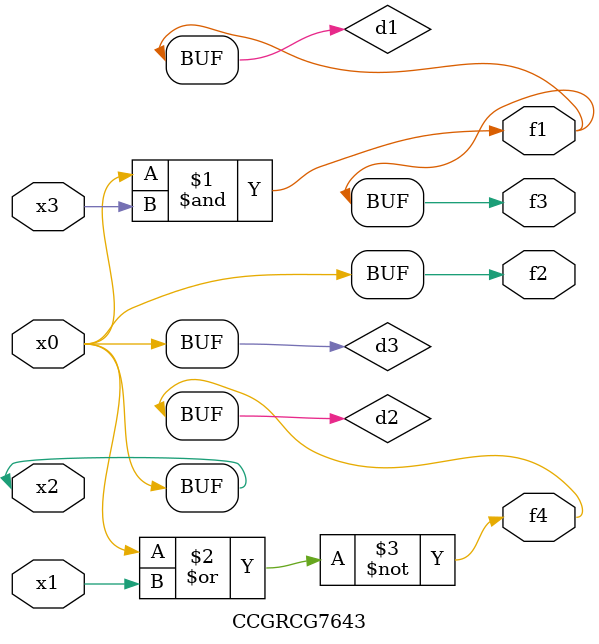
<source format=v>
module CCGRCG7643(
	input x0, x1, x2, x3,
	output f1, f2, f3, f4
);

	wire d1, d2, d3;

	and (d1, x2, x3);
	nor (d2, x0, x1);
	buf (d3, x0, x2);
	assign f1 = d1;
	assign f2 = d3;
	assign f3 = d1;
	assign f4 = d2;
endmodule

</source>
